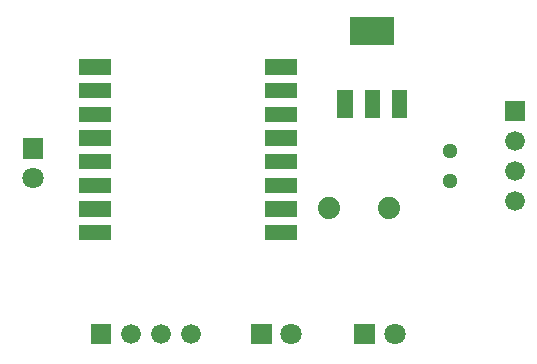
<source format=gts>
G04 Layer: TopSolderMaskLayer*
G04 EasyEDA v6.4.22, 2021-09-03T00:44:02+03:00*
G04 f01e111bf81b4bed8990e141baadd79c,e35e2ce9ff7a437f96666ecb9555ba6e,10*
G04 Gerber Generator version 0.2*
G04 Scale: 100 percent, Rotated: No, Reflected: No *
G04 Dimensions in millimeters *
G04 leading zeros omitted , absolute positions ,4 integer and 5 decimal *
%FSLAX45Y45*%
%MOMM*%

%ADD30C,1.6764*%
%ADD31C,1.2954*%
%ADD34C,1.8796*%
%ADD36C,1.8016*%

%LPD*%
G36*
X2923540Y2435352D02*
G01*
X2923540Y2565400D01*
X3193795Y2565400D01*
X3193795Y2435352D01*
G37*
G36*
X2923540Y2635250D02*
G01*
X2923540Y2765552D01*
X3193795Y2765552D01*
X3193795Y2635250D01*
G37*
G36*
X2923540Y2835402D02*
G01*
X2923540Y2965450D01*
X3193795Y2965450D01*
X3193795Y2835402D01*
G37*
G36*
X2923540Y3035300D02*
G01*
X2923540Y3165602D01*
X3193795Y3165602D01*
X3193795Y3035300D01*
G37*
G36*
X2923540Y3235452D02*
G01*
X2923540Y3365500D01*
X3193795Y3365500D01*
X3193795Y3235452D01*
G37*
G36*
X2923540Y3435350D02*
G01*
X2923540Y3565397D01*
X3193795Y3565397D01*
X3193795Y3435350D01*
G37*
G36*
X2923540Y3635247D02*
G01*
X2923540Y3765550D01*
X3193795Y3765550D01*
X3193795Y3635247D01*
G37*
G36*
X2923540Y3835400D02*
G01*
X2923540Y3965447D01*
X3193795Y3965447D01*
X3193795Y3835400D01*
G37*
G36*
X1353312Y3835400D02*
G01*
X1353312Y3965447D01*
X1623568Y3965447D01*
X1623568Y3835400D01*
G37*
G36*
X1353312Y3635247D02*
G01*
X1353312Y3765550D01*
X1623568Y3765550D01*
X1623568Y3635247D01*
G37*
G36*
X1353312Y3435350D02*
G01*
X1353312Y3565397D01*
X1623568Y3565397D01*
X1623568Y3435350D01*
G37*
G36*
X1353312Y3235452D02*
G01*
X1353312Y3365500D01*
X1623568Y3365500D01*
X1623568Y3235452D01*
G37*
G36*
X1353312Y3035300D02*
G01*
X1353312Y3165602D01*
X1623568Y3165602D01*
X1623568Y3035300D01*
G37*
G36*
X1353312Y2835402D02*
G01*
X1353312Y2965450D01*
X1623568Y2965450D01*
X1623568Y2835402D01*
G37*
G36*
X1353312Y2635250D02*
G01*
X1353312Y2765552D01*
X1623568Y2765552D01*
X1623568Y2635250D01*
G37*
G36*
X1352804Y2435352D02*
G01*
X1352804Y2565400D01*
X1623060Y2565400D01*
X1623060Y2435352D01*
G37*
G36*
X4958079Y3446779D02*
G01*
X4958079Y3614420D01*
X5125720Y3614420D01*
X5125720Y3446779D01*
G37*
D30*
G01*
X5041900Y3276600D03*
G01*
X5041900Y3022600D03*
G01*
X5041900Y2768600D03*
D31*
G01*
X4495800Y2933700D03*
G01*
X4495800Y3187700D03*
G36*
X3650234Y4088637D02*
G01*
X3650234Y4328921D01*
X4020565Y4328921D01*
X4020565Y4088637D01*
G37*
G36*
X4000245Y3468878D02*
G01*
X4000245Y3709162D01*
X4130547Y3709162D01*
X4130547Y3468878D01*
G37*
G36*
X3770122Y3468878D02*
G01*
X3770122Y3709162D01*
X3900677Y3709162D01*
X3900677Y3468878D01*
G37*
G36*
X3540252Y3468878D02*
G01*
X3540252Y3709162D01*
X3670554Y3709162D01*
X3670554Y3468878D01*
G37*
D34*
G01*
X3467100Y2705100D03*
G01*
X3975100Y2705100D03*
G36*
X2805429Y1554479D02*
G01*
X2805429Y1722120D01*
X2985770Y1722120D01*
X2985770Y1554479D01*
G37*
D36*
G01*
X3149600Y1638300D03*
G36*
X3681729Y1554479D02*
G01*
X3681729Y1722120D01*
X3862070Y1722120D01*
X3862070Y1554479D01*
G37*
G01*
X4025900Y1638300D03*
G36*
X881379Y3122929D02*
G01*
X881379Y3303270D01*
X1049020Y3303270D01*
X1049020Y3122929D01*
G37*
G01*
X965200Y2959100D03*
G36*
X1452879Y1554479D02*
G01*
X1452879Y1722120D01*
X1620520Y1722120D01*
X1620520Y1554479D01*
G37*
D30*
G01*
X1790700Y1638300D03*
G01*
X2044700Y1638300D03*
G01*
X2298700Y1638300D03*
M02*

</source>
